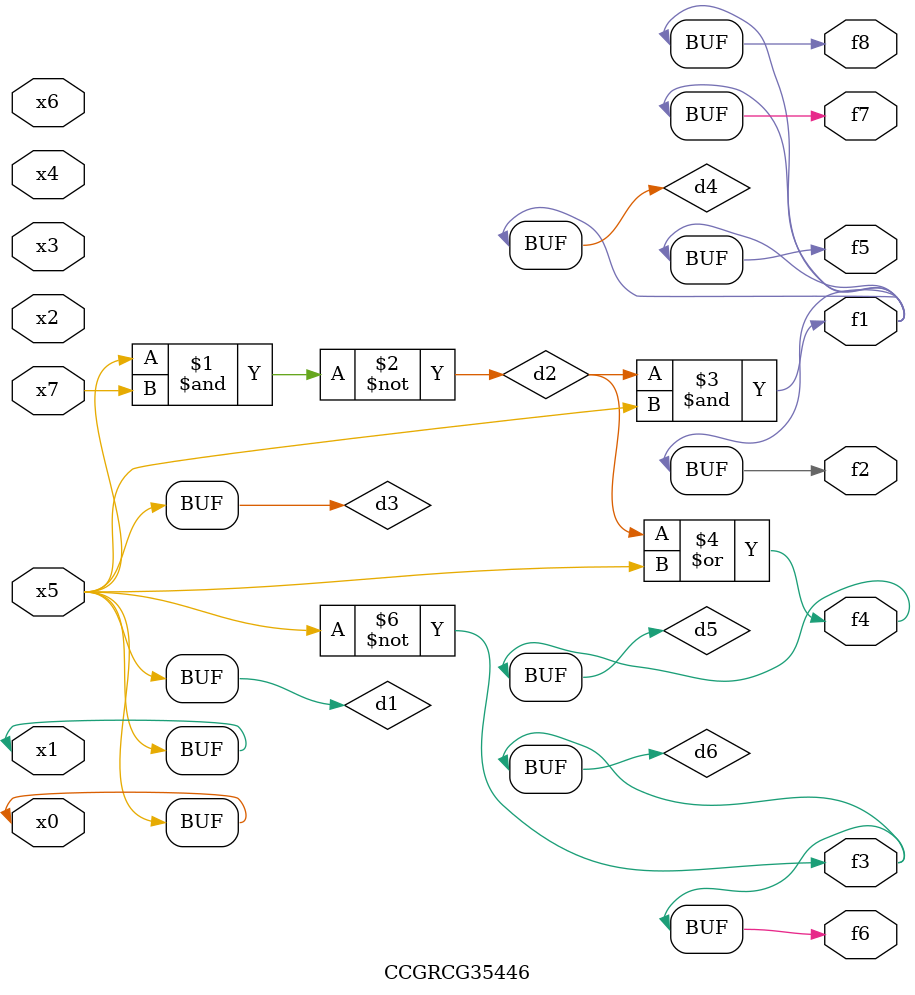
<source format=v>
module CCGRCG35446(
	input x0, x1, x2, x3, x4, x5, x6, x7,
	output f1, f2, f3, f4, f5, f6, f7, f8
);

	wire d1, d2, d3, d4, d5, d6;

	buf (d1, x0, x5);
	nand (d2, x5, x7);
	buf (d3, x0, x1);
	and (d4, d2, d3);
	or (d5, d2, d3);
	nor (d6, d1, d3);
	assign f1 = d4;
	assign f2 = d4;
	assign f3 = d6;
	assign f4 = d5;
	assign f5 = d4;
	assign f6 = d6;
	assign f7 = d4;
	assign f8 = d4;
endmodule

</source>
